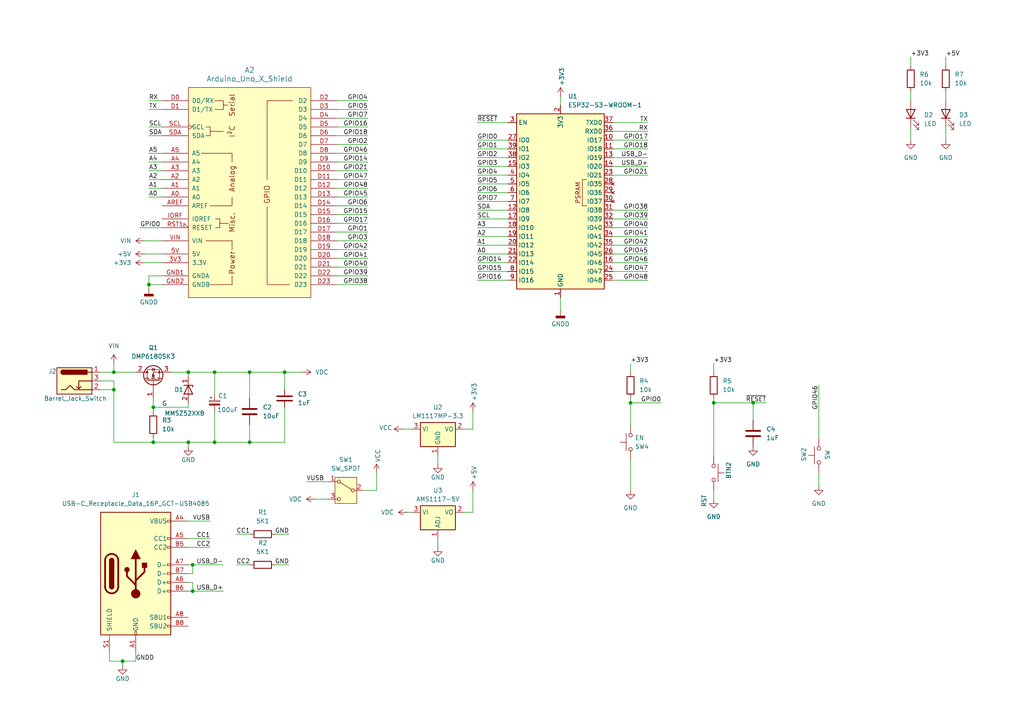
<source format=kicad_sch>
(kicad_sch (version 20231120) (generator "eeschema") (generator_version "8.0")
  (paper "A4")
  (lib_symbols
    (symbol "Alexander Symbol Library:USB-C_Receptacle_Data_16P_GCT-USB4085" (pin_names (offset 1.016))
      (property "Reference" "J" (at 0 22.225 0))
      (property "Value" "USB-C_Receptacle_Data_16P_GCT-USB4085" (at 0 19.685 0))
      (symbol "USB-C_Receptacle_Data_16P_GCT-USB4085_1_1"
        (pin power_in line (at 0 -22.86 90) (length 5.08) (name "GND") (number "A1"))
        (pin power_in line (at 0 -22.86 90) (length 5.08) hide (name "GND") (number "A12"))
        (pin power_out line (at 15.24 15.24 180) (length 5.08) (name "VBUS") (number "A4"))
        (pin bidirectional line (at 15.24 10.16 180) (length 5.08) (name "CC1") (number "A5"))
        (pin bidirectional line (at 15.24 -2.54 180) (length 5.08) (name "D+") (number "A6"))
        (pin bidirectional line (at 15.24 2.54 180) (length 5.08) (name "D-") (number "A7"))
        (pin bidirectional line (at 15.24 -12.7 180) (length 5.08) (name "SBU1") (number "A8"))
        (pin power_out line (at 15.24 15.24 180) (length 5.08) hide (name "VBUS") (number "A9"))
        (pin power_in line (at 0 -22.86 90) (length 5.08) hide (name "GND") (number "B1"))
        (pin power_in line (at 0 -22.86 90) (length 5.08) hide (name "GND") (number "B12"))
        (pin power_out line (at 15.24 15.24 180) (length 5.08) hide (name "VBUS") (number "B4"))
        (pin bidirectional line (at 15.24 7.62 180) (length 5.08) (name "CC2") (number "B5"))
        (pin bidirectional line (at 15.24 -5.08 180) (length 5.08) (name "D+") (number "B6"))
        (pin bidirectional line (at 15.24 0 180) (length 5.08) (name "D-") (number "B7"))
        (pin bidirectional line (at 15.24 -15.24 180) (length 5.08) (name "SBU2") (number "B8"))
        (pin passive line (at 15.24 15.24 180) (length 5.08) hide (name "VBUS") (number "B9"))
        (pin power_in line (at -7.62 -22.86 90) (length 5.08) (name "SHIELD") (number "S1"))
        (pin power_in line (at -7.62 -22.86 90) (length 5.08) hide (name "SHIELD") (number "S2"))
        (pin power_in line (at -7.62 -22.86 90) (length 5.08) hide (name "SHIELD") (number "S3"))
        (pin power_in line (at -7.62 -22.86 90) (length 5.08) hide (name "SHIELD") (number "S4"))
      )
    )
    (symbol "Alexander Symbols:AMS1117-5V" (exclude_from_sim yes)
      (property "Reference" "U" (at 0 0 0))
      (property "Value" "AMS1117-5V" (at 0 2.032 0))
      (symbol "AMS1117-5V_1_1"
        (pin power_out line (at 0 -11.43 90) (length 2.54) (name "ADJ") (number "1"))
        (pin power_out line (at 7.62 -3.81 180) (length 2.54) (name "VO") (number "2"))
        (pin power_in line (at -7.62 -3.81 0) (length 2.54) (name "VI") (number "3"))
      )
    )
    (symbol "Alexander Symbols:Arduino_Uno_X_Shield" (pin_names (offset 1.016))
      (property "Reference" "A1" (at 0 34.29 0))
      (property "Value" "Arduino_Uno_X_Shield" (at 0 31.75 0))
      (symbol "Arduino_Uno_X_Shield_0_0"
        (text "Analog" (at -5.08 4.064 900) (effects (font (size 1.524 1.524))))
        (text "I²C" (at -5.08 17.78 900) (effects (font (size 1.524 1.524))))
        (text "Misc." (at -5.08 -8.636 900) (effects (font (size 1.524 1.524))))
        (text "Power" (at -5.08 -20.32 900) (effects (font (size 1.524 1.524))))
        (text "Serial" (at -5.08 25.4 900) (effects (font (size 1.524 1.524))))
      )
      (symbol "Arduino_Uno_X_Shield_1_0"
        (text "GPIO" (at 5.08 -0.508 900) (effects (font (size 1.524 1.524))))
      )
      (symbol "Arduino_Uno_X_Shield_1_1"
        (pin power_out line (at -25.4 -20.32 0) (length 7.62) (name "3.3V") (number "3V3"))
        (pin power_out line (at -25.4 -20.32 0) (length 7.62) hide (name "3.3V") (number "3V3"))
        (pin power_out line (at -25.4 -17.78 0) (length 7.62) (name "5V") (number "5V"))
        (pin power_out line (at -25.4 -17.78 0) (length 7.62) hide (name "5V") (number "5V"))
        (pin bidirectional line (at -25.4 -1.27 0) (length 7.62) (name "A0") (number "A0"))
        (pin bidirectional line (at -25.4 1.27 0) (length 7.62) (name "A1") (number "A1"))
        (pin bidirectional line (at -25.4 3.81 0) (length 7.62) (name "A2") (number "A2"))
        (pin bidirectional line (at -25.4 6.35 0) (length 7.62) (name "A3") (number "A3"))
        (pin bidirectional line (at -25.4 8.89 0) (length 7.62) (name "A4") (number "A4"))
        (pin bidirectional line (at -25.4 11.43 0) (length 7.62) (name "A5") (number "A5"))
        (pin input line (at -25.4 -3.81 0) (length 7.62) (name "AREF") (number "AREF"))
        (pin bidirectional line (at -25.4 26.67 0) (length 7.62) (name "D0/RX") (number "D0"))
        (pin bidirectional line (at -25.4 24.13 0) (length 7.62) (name "D1/TX") (number "D1"))
        (pin bidirectional line (at 25.4 6.35 180) (length 7.62) (name "D10") (number "D10"))
        (pin bidirectional line (at 25.4 3.81 180) (length 7.62) (name "D11") (number "D11"))
        (pin bidirectional line (at 25.4 1.27 180) (length 7.62) (name "D12") (number "D12"))
        (pin bidirectional line (at 25.4 -1.27 180) (length 7.62) (name "D13") (number "D13"))
        (pin bidirectional line (at 25.4 -3.81 180) (length 7.62) (name "D14") (number "D14"))
        (pin bidirectional line (at 25.4 -6.35 180) (length 7.62) (name "D15") (number "D15"))
        (pin bidirectional line (at 25.4 -8.89 180) (length 7.62) (name "D16") (number "D16"))
        (pin bidirectional line (at 25.4 -11.43 180) (length 7.62) (name "D17") (number "D17"))
        (pin bidirectional line (at 25.4 -13.97 180) (length 7.62) (name "D18") (number "D18"))
        (pin bidirectional line (at 25.4 -16.51 180) (length 7.62) (name "D19") (number "D19"))
        (pin bidirectional line (at 25.4 26.67 180) (length 7.62) (name "D2") (number "D2"))
        (pin bidirectional line (at 25.4 -19.05 180) (length 7.62) (name "D20") (number "D20"))
        (pin bidirectional line (at 25.4 -21.59 180) (length 7.62) (name "D21") (number "D21"))
        (pin bidirectional line (at 25.4 -24.13 180) (length 7.62) (name "D22") (number "D22"))
        (pin bidirectional line (at 25.4 -26.67 180) (length 7.62) (name "D23") (number "D23"))
        (pin bidirectional line (at 25.4 24.13 180) (length 7.62) (name "D3") (number "D3"))
        (pin bidirectional line (at 25.4 21.59 180) (length 7.62) (name "D4") (number "D4"))
        (pin bidirectional line (at 25.4 19.05 180) (length 7.62) (name "D5") (number "D5"))
        (pin bidirectional line (at 25.4 16.51 180) (length 7.62) (name "D6") (number "D6"))
        (pin bidirectional line (at 25.4 13.97 180) (length 7.62) (name "D7") (number "D7"))
        (pin bidirectional line (at 25.4 11.43 180) (length 7.62) (name "D8") (number "D8"))
        (pin bidirectional line (at 25.4 8.89 180) (length 7.62) (name "D9") (number "D9"))
        (pin power_in line (at -25.4 -24.13 0) (length 7.62) (name "GNDA") (number "GND1"))
        (pin power_in line (at -25.4 -24.13 0) (length 7.62) hide (name "GNDA") (number "GND1"))
        (pin power_in line (at -25.4 -24.13 0) (length 7.62) hide (name "GNDA") (number "GND1"))
        (pin power_in line (at -25.4 -26.67 0) (length 7.62) (name "GNDB") (number "GND2"))
        (pin power_in line (at -25.4 -26.67 0) (length 7.62) hide (name "GNDB") (number "GND2"))
        (pin output line (at -25.4 -7.62 0) (length 7.62) (name "IOREF") (number "IORF"))
        (pin open_collector input_low (at -25.4 -10.16 0) (length 7.62) (name "RESET") (number "RST1"))
        (pin bidirectional clock (at -25.4 19.05 0) (length 7.62) (name "SCL") (number "SCL"))
        (pin bidirectional line (at -25.4 16.51 0) (length 7.62) (name "SDA") (number "SDA"))
        (pin power_in line (at -25.4 -13.97 0) (length 7.62) (name "VIN") (number "VIN"))
      )
    )
    (symbol "Alexander Symbols:SW_Push_SMD_6x3.5" (pin_numbers hide) (pin_names (offset 1.016) hide)
      (property "Reference" "SW" (at 1.27 2.54 0))
      (property "Value" "SW_Push_SMD_6x3.5" (at 0 -5.842 0))
      (symbol "SW_Push_SMD_6x3.5_1_1"
        (pin passive line (at -5.08 0 0) (length 2.54) (name "1") (number "1"))
        (pin passive line (at 5.08 0 180) (length 2.54) (name "2") (number "2"))
        (pin passive line (at -5.08 0 0) (length 2.54) hide (name "3") (number "3"))
        (pin passive line (at 5.08 0 180) (length 2.54) hide (name "4") (number "4"))
      )
    )
    (symbol "Alexander_Library_Symbols:SW_Push_SMD_6x3.5" (pin_numbers hide) (pin_names (offset 1.016) hide)
      (property "Reference" "SW" (at 1.27 2.54 0))
      (property "Value" "SW_Push_SMD_6x3.5" (at 0 -1.524 0))
      (symbol "SW_Push_SMD_6x3.5_0_1"
        (pin passive line (at -5.08 0 0) (length 2.54) (name "1") (number "1"))
        (pin passive line (at 5.08 0 180) (length 2.54) (name "2") (number "2"))
      )
    )
    (symbol "Connector:Barrel_Jack_Switch" (pin_names hide)
      (property "Reference" "J" (at 0 5.334 0))
      (property "Value" "Barrel_Jack_Switch" (at 0 -5.08 0))
      (symbol "Barrel_Jack_Switch_1_1"
        (pin passive line (at 7.62 2.54 180) (length 2.54) (name "~") (number "1"))
        (pin passive line (at 7.62 -2.54 180) (length 2.54) (name "~") (number "2"))
        (pin passive line (at 7.62 0 180) (length 2.54) (name "~") (number "3"))
      )
    )
    (symbol "Device:C" (pin_numbers hide) (pin_names (offset 0.254))
      (property "Reference" "C" (at 0.635 2.54 0))
      (property "Value" "C" (at 0.635 -2.54 0))
      (symbol "C_1_1"
        (pin passive line (at 0 3.81 270) (length 2.794) (name "~") (number "1"))
        (pin passive line (at 0 -3.81 90) (length 2.794) (name "~") (number "2"))
      )
    )
    (symbol "Device:C_Polarized_Small" (pin_numbers hide) (pin_names (offset 0.254) hide)
      (property "Reference" "C" (at 0.254 1.778 0))
      (property "Value" "C_Polarized_Small" (at 0.254 -2.032 0))
      (symbol "C_Polarized_Small_1_1"
        (pin passive line (at 0 2.54 270) (length 1.8542) (name "~") (number "1"))
        (pin passive line (at 0 -2.54 90) (length 1.8542) (name "~") (number "2"))
      )
    )
    (symbol "Device:LED" (pin_numbers hide) (pin_names (offset 1.016) hide)
      (property "Reference" "D" (at 0 2.54 0))
      (property "Value" "LED" (at 0 -2.54 0))
      (symbol "LED_1_1"
        (pin passive line (at -3.81 0 0) (length 2.54) (name "K") (number "1"))
        (pin passive line (at 3.81 0 180) (length 2.54) (name "A") (number "2"))
      )
    )
    (symbol "Device:R" (pin_numbers hide) (pin_names (offset 0))
      (property "Reference" "R" (at 2.032 0 90))
      (property "Value" "R" (at 0 0 90))
      (symbol "R_1_1"
        (pin passive line (at 0 3.81 270) (length 1.27) (name "~") (number "1"))
        (pin passive line (at 0 -3.81 90) (length 1.27) (name "~") (number "2"))
      )
    )
    (symbol "GND_1" (power) (pin_numbers hide) (pin_names (offset 0) hide)
      (property "Value" "GND" (at 0 -3.81 0))
      (symbol "GND_1_1_1"
        (pin power_in line (at 0 0 270) (length 0) (name "~") (number "1"))
      )
    )
    (symbol "PCM_SL_Devices:Capacitor_NP"
      (property "Reference" "C" (at 0 6.35 0))
      (property "Value" "Capacitor_NP" (at 0 3.81 0))
      (symbol "Capacitor_NP_1_1"
        (pin passive line (at -2.54 0 0) (length 2) (name "~") (number "1"))
        (pin input line (at 2.54 0 180) (length 2) (name "~") (number "2"))
      )
    )
    (symbol "PCM_arduino-library:Arduino_Uno_WiFi_R2_Shield" (pin_names (offset 1.016))
      (property "Reference" "A1" (at 0 34.29 0))
      (property "Value" "Arduino_Uno_WiFi_R2_Shield" (at 0 31.75 0))
      (symbol "Arduino_Uno_WiFi_R2_Shield_0_0"
        (text "Analog" (at -5.08 1.27 900) (effects (font (size 1.524 1.524))))
        (text "I²C" (at -5.08 17.78 900) (effects (font (size 1.524 1.524))))
        (text "Misc." (at 5.08 -25.4 900) (effects (font (size 1.524 1.524))))
        (text "Power" (at -5.08 -20.32 900) (effects (font (size 1.524 1.524))))
        (text "Serial" (at -5.08 25.4 900) (effects (font (size 1.524 1.524))))
        (text "SPI" (at 5.08 -12.7 900) (effects (font (size 1.524 1.524))))
      )
      (symbol "Arduino_Uno_WiFi_R2_Shield_1_0"
        (text "GPIO" (at 5.08 12.7 900) (effects (font (size 1.524 1.524))))
      )
      (symbol "Arduino_Uno_WiFi_R2_Shield_1_1"
        (pin power_out line (at -25.4 -19.05 0) (length 7.62) (name "3.3V") (number "3V3"))
        (pin power_in line (at -25.4 -16.51 0) (length 7.62) (name "5V") (number "5V1"))
        (pin power_in line (at 25.4 -16.51 180) (length 7.62) (name "SPI_5V") (number "5V2"))
        (pin bidirectional line (at -25.4 -3.81 0) (length 7.62) (name "A0") (number "A0"))
        (pin bidirectional line (at -25.4 -1.27 0) (length 7.62) (name "A1") (number "A1"))
        (pin bidirectional line (at -25.4 1.27 0) (length 7.62) (name "A2") (number "A2"))
        (pin bidirectional line (at -25.4 3.81 0) (length 7.62) (name "A3") (number "A3"))
        (pin bidirectional line (at -25.4 6.35 0) (length 7.62) (name "A4") (number "A4"))
        (pin bidirectional line (at -25.4 8.89 0) (length 7.62) (name "A5") (number "A5"))
        (pin input line (at -25.4 -6.35 0) (length 7.62) (name "AREF") (number "AREF"))
        (pin bidirectional line (at -25.4 26.67 0) (length 7.62) (name "D0/RX") (number "D0"))
        (pin bidirectional line (at -25.4 24.13 0) (length 7.62) (name "D1/TX") (number "D1"))
        (pin bidirectional line (at 25.4 6.35 180) (length 7.62) (name "D10_CS") (number "D10"))
        (pin bidirectional line (at 25.4 3.81 180) (length 7.62) (name "D11") (number "D11"))
        (pin bidirectional line (at 25.4 1.27 180) (length 7.62) (name "D12") (number "D12"))
        (pin bidirectional line (at 25.4 -1.27 180) (length 7.62) (name "D13") (number "D13"))
        (pin bidirectional line (at 25.4 26.67 180) (length 7.62) (name "D2_INT0") (number "D2"))
        (pin bidirectional line (at 25.4 24.13 180) (length 7.62) (name "D3_INT1") (number "D3"))
        (pin bidirectional line (at 25.4 21.59 180) (length 7.62) (name "D4") (number "D4"))
        (pin bidirectional line (at 25.4 19.05 180) (length 7.62) (name "D5") (number "D5"))
        (pin bidirectional line (at 25.4 16.51 180) (length 7.62) (name "D6") (number "D6"))
        (pin bidirectional line (at 25.4 13.97 180) (length 7.62) (name "D7") (number "D7"))
        (pin bidirectional line (at 25.4 11.43 180) (length 7.62) (name "D8") (number "D8"))
        (pin bidirectional line (at 25.4 8.89 180) (length 7.62) (name "D9") (number "D9"))
        (pin power_in line (at -25.4 -21.59 0) (length 7.62) (name "GND") (number "GND1"))
        (pin power_in line (at -25.4 -24.13 0) (length 7.62) (name "GND") (number "GND2"))
        (pin power_in line (at -25.4 -26.67 0) (length 7.62) (name "GND") (number "GND3"))
        (pin power_in line (at 25.4 -19.05 180) (length 7.62) (name "SPI_GND") (number "GND4"))
        (pin output line (at 25.4 -26.67 180) (length 7.62) (name "IOREF") (number "IORF"))
        (pin input line (at 25.4 -6.35 180) (length 7.62) (name "SPI_MISO") (number "MISO"))
        (pin output line (at 25.4 -8.89 180) (length 7.62) (name "SPI_MOSI") (number "MOSI"))
        (pin open_collector input_low (at 25.4 -24.13 180) (length 7.62) (name "RESET") (number "RST1"))
        (pin open_collector input_low (at 25.4 -13.97 180) (length 7.62) (name "SPI_RESET") (number "RST2"))
        (pin output clock (at 25.4 -11.43 180) (length 7.62) (name "SPI_SCK") (number "SCK"))
        (pin bidirectional clock (at -25.4 19.05 0) (length 7.62) (name "SCL") (number "SCL"))
        (pin bidirectional line (at -25.4 16.51 0) (length 7.62) (name "SDA") (number "SDA"))
        (pin power_in line (at -25.4 -13.97 0) (length 7.62) (name "VIN") (number "VIN"))
      )
    )
    (symbol "RF_Module:ESP32-S3-WROOM-1"
      (property "Reference" "U6" (at 2.1941 30.48 0))
      (property "Value" "ESP32-S3-WROOM-1" (at 2.1941 27.94 0))
      (symbol "ESP32-S3-WROOM-1_0_0"
        (text "PSRAM" (at 5.08 2.54 900) (effects (font (size 1.27 1.27))))
      )
      (symbol "ESP32-S3-WROOM-1_1_1"
        (pin power_in line (at 0 -27.94 90) (length 2.54) (name "GND") (number "1"))
        (pin bidirectional line (at 15.24 17.78 180) (length 2.54) (name "IO17") (number "10"))
        (pin bidirectional line (at 15.24 15.24 180) (length 2.54) (name "IO18") (number "11"))
        (pin bidirectional line (at -15.24 -2.54 0) (length 2.54) (name "IO8") (number "12"))
        (pin bidirectional line (at 15.24 12.7 180) (length 2.54) (name "IO19") (number "13"))
        (pin bidirectional line (at 15.24 10.16 180) (length 2.54) (name "IO20") (number "14"))
        (pin bidirectional line (at -15.24 10.16 0) (length 2.54) (name "IO3") (number "15"))
        (pin bidirectional line (at 15.24 -17.78 180) (length 2.54) (name "IO46") (number "16"))
        (pin bidirectional line (at -15.24 -5.08 0) (length 2.54) (name "IO9") (number "17"))
        (pin bidirectional line (at -15.24 -7.62 0) (length 2.54) (name "IO10") (number "18"))
        (pin bidirectional line (at -15.24 -10.16 0) (length 2.54) (name "IO11") (number "19"))
        (pin power_in line (at 0 27.94 270) (length 2.54) (name "3V3") (number "2"))
        (pin bidirectional line (at -15.24 -12.7 0) (length 2.54) (name "IO12") (number "20"))
        (pin bidirectional line (at -15.24 -15.24 0) (length 2.54) (name "IO13") (number "21"))
        (pin bidirectional line (at -15.24 -17.78 0) (length 2.54) (name "IO14") (number "22"))
        (pin bidirectional line (at 15.24 7.62 180) (length 2.54) (name "IO21") (number "23"))
        (pin bidirectional line (at 15.24 -20.32 180) (length 2.54) (name "IO47") (number "24"))
        (pin bidirectional line (at 15.24 -22.86 180) (length 2.54) (name "IO48") (number "25"))
        (pin bidirectional line (at 15.24 -15.24 180) (length 2.54) (name "IO45") (number "26"))
        (pin bidirectional line (at -15.24 17.78 0) (length 2.54) (name "IO0") (number "27"))
        (pin no_connect line (at 15.24 5.08 180) (length 2.54) (name "IO35") (number "28"))
        (pin no_connect line (at 15.24 2.54 180) (length 2.54) (name "IO36") (number "29"))
        (pin input line (at -15.24 22.86 0) (length 2.54) (name "EN") (number "3"))
        (pin no_connect line (at 15.24 0 180) (length 2.54) (name "IO37") (number "30"))
        (pin bidirectional line (at 15.24 -2.54 180) (length 2.54) (name "IO38") (number "31"))
        (pin bidirectional line (at 15.24 -5.08 180) (length 2.54) (name "IO39") (number "32"))
        (pin bidirectional line (at 15.24 -7.62 180) (length 2.54) (name "IO40") (number "33"))
        (pin bidirectional line (at 15.24 -10.16 180) (length 2.54) (name "IO41") (number "34"))
        (pin bidirectional line (at 15.24 -12.7 180) (length 2.54) (name "IO42") (number "35"))
        (pin bidirectional line (at 15.24 20.32 180) (length 2.54) (name "RXD0") (number "36"))
        (pin bidirectional line (at 15.24 22.86 180) (length 2.54) (name "TXD0") (number "37"))
        (pin bidirectional line (at -15.24 12.7 0) (length 2.54) (name "IO2") (number "38"))
        (pin bidirectional line (at -15.24 15.24 0) (length 2.54) (name "IO1") (number "39"))
        (pin bidirectional line (at -15.24 7.62 0) (length 2.54) (name "IO4") (number "4"))
        (pin passive line (at 0 -27.94 90) (length 2.54) hide (name "GND") (number "40"))
        (pin passive line (at 0 -27.94 90) (length 2.54) hide (name "GND") (number "41"))
        (pin bidirectional line (at -15.24 5.08 0) (length 2.54) (name "IO5") (number "5"))
        (pin bidirectional line (at -15.24 2.54 0) (length 2.54) (name "IO6") (number "6"))
        (pin bidirectional line (at -15.24 0 0) (length 2.54) (name "IO7") (number "7"))
        (pin bidirectional line (at -15.24 -20.32 0) (length 2.54) (name "IO15") (number "8"))
        (pin bidirectional line (at -15.24 -22.86 0) (length 2.54) (name "IO16") (number "9"))
      )
    )
    (symbol "Regulator_Linear:LM1117MP-3.3"
      (property "Reference" "U" (at -3.81 3.175 0))
      (property "Value" "LM1117MP-3.3" (at 0 3.175 0))
      (symbol "LM1117MP-3.3_1_1"
        (pin power_in line (at 0 -7.62 90) (length 2.54) (name "GND") (number "1"))
        (pin power_out line (at 7.62 0 180) (length 2.54) (name "VO") (number "2"))
        (pin power_in line (at -7.62 0 0) (length 2.54) (name "VI") (number "3"))
      )
    )
    (symbol "Switch:SW_SPDT" (pin_names (offset 0) hide)
      (property "Reference" "SW" (at 0 5.08 0))
      (property "Value" "SW_SPDT" (at 0 -5.08 0))
      (symbol "SW_SPDT_1_1"
        (pin passive line (at 5.08 2.54 180) (length 2.54) (name "A") (number "1"))
        (pin passive line (at -5.08 0 0) (length 2.54) (name "B") (number "2"))
        (pin passive line (at 5.08 -2.54 180) (length 2.54) (name "C") (number "3"))
      )
    )
    (symbol "myparts:DMP6180SK3" (pin_names hide)
      (property "Reference" "Q" (at -6.35 3.81 0))
      (property "Value" "DMP6180SK3" (at -8.89 -5.08 0))
      (symbol "DMP6180SK3_1_1"
        (pin input line (at -7.62 0 0) (length 2.54) (name "G") (number "1"))
        (pin passive line (at 0 5.08 270) (length 2.54) (name "D") (number "2"))
        (pin passive line (at 0 -5.08 90) (length 2.54) (name "S") (number "3"))
      )
    )
    (symbol "myparts:MMSZ52XXB" (pin_names hide)
      (property "Reference" "D" (at -7.62 -2.54 0))
      (property "Value" "MMSZ52XXB" (at -2.54 3.81 0))
      (symbol "MMSZ52XXB_1_1"
        (pin passive line (at -2.54 0 0) (length 2.54) (name "K") (number "1"))
        (pin passive line (at 5.08 0 180) (length 2.54) (name "A") (number "2"))
      )
    )
    (symbol "power:+3V3" (power) (pin_numbers hide) (pin_names (offset 0) hide)
      (property "Value" "+3V3" (at 0 3.556 0))
      (symbol "+3V3_1_1"
        (pin power_in line (at 0 0 90) (length 0) (name "~") (number "1"))
      )
    )
    (symbol "power:+5V" (power) (pin_numbers hide) (pin_names (offset 0) hide)
      (property "Value" "+5V" (at 0 3.556 0))
      (symbol "+5V_1_1"
        (pin power_in line (at 0 0 90) (length 0) (name "~") (number "1"))
      )
    )
    (symbol "power:GND" (power) (pin_names (offset 0))
      (property "Value" "GND" (at 0 -3.81 0))
      (symbol "GND_1_1"
        (pin power_in line (at 0 0 270) (length 0) hide (name "GND") (number "1"))
      )
    )
    (symbol "power:GNDD" (power) (pin_numbers hide) (pin_names (offset 0) hide)
      (property "Value" "GNDD" (at 0 -3.175 0))
      (symbol "GNDD_1_1"
        (pin power_in line (at 0 0 270) (length 0) (name "~") (number "1"))
      )
    )
    (symbol "power:VCC" (power) (pin_names (offset 0))
      (property "Value" "VCC" (at 0 3.81 0))
      (symbol "VCC_1_1"
        (pin power_in line (at 0 0 90) (length 0) hide (name "VCC") (number "1"))
      )
    )
    (symbol "power:VDC" (power) (pin_numbers hide) (pin_names (offset 0) hide)
      (property "Value" "VDC" (at 0 3.556 0))
      (symbol "VDC_1_1"
        (pin power_in line (at 0 0 90) (length 0) (name "~") (number "1"))
      )
    )
  )
  (junction (at 55.88 171.45))
  (junction (at 62.23 107.95))
  (junction (at 72.39 128.27))
  (junction (at 54.61 128.27))
  (junction (at 44.45 128.27))
  (junction (at 35.56 191.77))
  (junction (at 207.01 116.84))
  (junction (at 55.88 163.83))
  (junction (at 33.02 113.03))
  (junction (at 54.61 107.95))
  (junction (at 43.18 82.55))
  (junction (at 82.55 107.95))
  (junction (at 182.88 116.84))
  (junction (at 33.02 107.95))
  (junction (at 218.44 116.84))
  (junction (at 44.45 118.11))
  (junction (at 62.23 128.27))
  (junction (at 72.39 107.95))
  (wire (pts (xy 177.8 73.66) (xy 187.96 73.66)))
  (wire (pts (xy 43.18 52.07) (xy 46.99 52.07)))
  (wire (pts (xy 29.21 107.95) (xy 33.02 107.95)))
  (wire (pts (xy 43.18 46.99) (xy 46.99 46.99)))
  (wire (pts (xy 44.45 119.38) (xy 44.45 118.11)))
  (wire (pts (xy 41.91 73.66) (xy 46.99 73.66)))
  (wire (pts (xy 264.16 36.83) (xy 264.16 40.64)))
  (wire (pts (xy 88.9 139.7) (xy 95.25 139.7)))
  (wire (pts (xy 162.56 86.36) (xy 162.56 90.17)))
  (wire (pts (xy 62.23 128.27) (xy 54.61 128.27)))
  (wire (pts (xy 43.18 54.61) (xy 46.99 54.61)))
  (wire (pts (xy 97.79 69.85) (xy 106.68 69.85)))
  (wire (pts (xy 54.61 116.84) (xy 54.61 118.11)))
  (wire (pts (xy 91.44 144.78) (xy 95.25 144.78)))
  (wire (pts (xy 218.44 116.84) (xy 222.25 116.84)))
  (wire (pts (xy 29.21 110.49) (xy 33.02 110.49)))
  (wire (pts (xy 54.61 158.75) (xy 60.96 158.75)))
  (wire (pts (xy 207.01 142.24) (xy 207.01 144.78)))
  (wire (pts (xy 109.22 142.24) (xy 109.22 137.16)))
  (wire (pts (xy 127 156.21) (xy 127 158.75)))
  (wire (pts (xy 207.01 116.84) (xy 218.44 116.84)))
  (wire (pts (xy 97.79 34.29) (xy 106.68 34.29)))
  (wire (pts (xy 33.02 105.41) (xy 33.02 107.95)))
  (wire (pts (xy 137.16 148.59) (xy 134.62 148.59)))
  (wire (pts (xy 62.23 119.38) (xy 62.23 128.27)))
  (wire (pts (xy 43.18 57.15) (xy 46.99 57.15)))
  (wire (pts (xy 97.79 52.07) (xy 106.68 52.07)))
  (wire (pts (xy 97.79 72.39) (xy 106.68 72.39)))
  (wire (pts (xy 138.43 78.74) (xy 147.32 78.74)))
  (wire (pts (xy 138.43 68.58) (xy 147.32 68.58)))
  (wire (pts (xy 55.88 163.83) (xy 64.77 163.83)))
  (wire (pts (xy 44.45 118.11) (xy 44.45 115.57)))
  (wire (pts (xy 127 132.08) (xy 127 134.62)))
  (wire (pts (xy 43.18 82.55) (xy 43.18 80.01)))
  (wire (pts (xy 33.02 110.49) (xy 33.02 113.03)))
  (wire (pts (xy 43.18 49.53) (xy 46.99 49.53)))
  (wire (pts (xy 33.02 113.03) (xy 33.02 128.27)))
  (wire (pts (xy 72.39 128.27) (xy 82.55 128.27)))
  (wire (pts (xy 177.8 71.12) (xy 187.96 71.12)))
  (wire (pts (xy 177.8 45.72) (xy 187.96 45.72)))
  (wire (pts (xy 138.43 40.64) (xy 147.32 40.64)))
  (wire (pts (xy 218.44 116.84) (xy 218.44 121.92)))
  (wire (pts (xy 43.18 82.55) (xy 46.99 82.55)))
  (wire (pts (xy 43.18 83.82) (xy 43.18 82.55)))
  (wire (pts (xy 62.23 128.27) (xy 72.39 128.27)))
  (wire (pts (xy 207.01 116.84) (xy 207.01 132.08)))
  (wire (pts (xy 80.01 163.83) (xy 83.82 163.83)))
  (wire (pts (xy 162.56 27.94) (xy 162.56 30.48)))
  (wire (pts (xy 177.8 76.2) (xy 187.96 76.2)))
  (wire (pts (xy 82.55 107.95) (xy 82.55 113.03)))
  (wire (pts (xy 182.88 116.84) (xy 191.77 116.84)))
  (wire (pts (xy 177.8 78.74) (xy 187.96 78.74)))
  (wire (pts (xy 43.18 31.75) (xy 46.99 31.75)))
  (wire (pts (xy 41.91 69.85) (xy 46.99 69.85)))
  (wire (pts (xy 177.8 81.28) (xy 187.96 81.28)))
  (wire (pts (xy 80.01 154.94) (xy 83.82 154.94)))
  (wire (pts (xy 177.8 48.26) (xy 187.96 48.26)))
  (wire (pts (xy 82.55 118.11) (xy 82.55 128.27)))
  (wire (pts (xy 44.45 127) (xy 44.45 128.27)))
  (wire (pts (xy 68.58 163.83) (xy 72.39 163.83)))
  (wire (pts (xy 177.8 38.1) (xy 187.96 38.1)))
  (wire (pts (xy 97.79 74.93) (xy 106.68 74.93)))
  (wire (pts (xy 72.39 107.95) (xy 72.39 115.57)))
  (wire (pts (xy 138.43 76.2) (xy 147.32 76.2)))
  (wire (pts (xy 237.49 137.16) (xy 237.49 140.97)))
  (wire (pts (xy 97.79 31.75) (xy 106.68 31.75)))
  (wire (pts (xy 44.45 128.27) (xy 33.02 128.27)))
  (wire (pts (xy 54.61 107.95) (xy 62.23 107.95)))
  (wire (pts (xy 97.79 39.37) (xy 106.68 39.37)))
  (wire (pts (xy 35.56 191.77) (xy 35.56 193.04)))
  (wire (pts (xy 97.79 49.53) (xy 106.68 49.53)))
  (wire (pts (xy 97.79 82.55) (xy 106.68 82.55)))
  (wire (pts (xy 137.16 142.24) (xy 137.16 148.59)))
  (wire (pts (xy 207.01 115.57) (xy 207.01 116.84)))
  (wire (pts (xy 55.88 166.37) (xy 55.88 163.83)))
  (wire (pts (xy 43.18 39.37) (xy 46.99 39.37)))
  (wire (pts (xy 118.11 148.59) (xy 119.38 148.59)))
  (wire (pts (xy 82.55 107.95) (xy 87.63 107.95)))
  (wire (pts (xy 264.16 16.51) (xy 264.16 19.05)))
  (wire (pts (xy 138.43 63.5) (xy 147.32 63.5)))
  (wire (pts (xy 97.79 44.45) (xy 106.68 44.45)))
  (wire (pts (xy 62.23 107.95) (xy 72.39 107.95)))
  (wire (pts (xy 33.02 107.95) (xy 39.37 107.95)))
  (wire (pts (xy 182.88 105.41) (xy 182.88 107.95)))
  (wire (pts (xy 97.79 62.23) (xy 106.68 62.23)))
  (wire (pts (xy 97.79 57.15) (xy 106.68 57.15)))
  (wire (pts (xy 43.18 80.01) (xy 46.99 80.01)))
  (wire (pts (xy 138.43 58.42) (xy 147.32 58.42)))
  (wire (pts (xy 39.37 189.23) (xy 39.37 191.77)))
  (wire (pts (xy 72.39 123.19) (xy 72.39 128.27)))
  (wire (pts (xy 41.91 76.2) (xy 46.99 76.2)))
  (wire (pts (xy 43.18 29.21) (xy 46.99 29.21)))
  (wire (pts (xy 54.61 128.27) (xy 44.45 128.27)))
  (wire (pts (xy 55.88 168.91) (xy 55.88 171.45)))
  (wire (pts (xy 105.41 142.24) (xy 109.22 142.24)))
  (wire (pts (xy 138.43 43.18) (xy 147.32 43.18)))
  (wire (pts (xy 49.53 107.95) (xy 54.61 107.95)))
  (wire (pts (xy 138.43 73.66) (xy 147.32 73.66)))
  (wire (pts (xy 31.75 189.23) (xy 31.75 191.77)))
  (wire (pts (xy 97.79 36.83) (xy 106.68 36.83)))
  (wire (pts (xy 138.43 53.34) (xy 147.32 53.34)))
  (wire (pts (xy 177.8 66.04) (xy 187.96 66.04)))
  (wire (pts (xy 62.23 107.95) (xy 62.23 114.3)))
  (wire (pts (xy 54.61 166.37) (xy 55.88 166.37)))
  (wire (pts (xy 237.49 111.76) (xy 237.49 127)))
  (wire (pts (xy 182.88 116.84) (xy 182.88 123.19)))
  (wire (pts (xy 97.79 29.21) (xy 106.68 29.21)))
  (wire (pts (xy 43.18 36.83) (xy 46.99 36.83)))
  (wire (pts (xy 54.61 129.54) (xy 54.61 128.27)))
  (wire (pts (xy 182.88 115.57) (xy 182.88 116.84)))
  (wire (pts (xy 97.79 64.77) (xy 106.68 64.77)))
  (wire (pts (xy 138.43 50.8) (xy 147.32 50.8)))
  (wire (pts (xy 138.43 81.28) (xy 147.32 81.28)))
  (wire (pts (xy 274.32 16.51) (xy 274.32 19.05)))
  (wire (pts (xy 54.61 156.21) (xy 60.96 156.21)))
  (wire (pts (xy 137.16 119.38) (xy 137.16 124.46)))
  (wire (pts (xy 138.43 66.04) (xy 147.32 66.04)))
  (wire (pts (xy 177.8 63.5) (xy 187.96 63.5)))
  (wire (pts (xy 138.43 60.96) (xy 147.32 60.96)))
  (wire (pts (xy 68.58 154.94) (xy 72.39 154.94)))
  (wire (pts (xy 97.79 77.47) (xy 106.68 77.47)))
  (wire (pts (xy 138.43 71.12) (xy 147.32 71.12)))
  (wire (pts (xy 138.43 35.56) (xy 147.32 35.56)))
  (wire (pts (xy 54.61 171.45) (xy 55.88 171.45)))
  (wire (pts (xy 35.56 191.77) (xy 39.37 191.77)))
  (wire (pts (xy 54.61 107.95) (xy 54.61 109.22)))
  (wire (pts (xy 274.32 26.67) (xy 274.32 29.21)))
  (wire (pts (xy 274.32 36.83) (xy 274.32 40.64)))
  (wire (pts (xy 177.8 60.96) (xy 187.96 60.96)))
  (wire (pts (xy 55.88 171.45) (xy 64.77 171.45)))
  (wire (pts (xy 54.61 163.83) (xy 55.88 163.83)))
  (wire (pts (xy 97.79 41.91) (xy 106.68 41.91)))
  (wire (pts (xy 31.75 191.77) (xy 35.56 191.77)))
  (wire (pts (xy 177.8 35.56) (xy 187.96 35.56)))
  (wire (pts (xy 116.84 124.46) (xy 119.38 124.46)))
  (wire (pts (xy 182.88 133.35) (xy 182.88 142.24)))
  (wire (pts (xy 177.8 68.58) (xy 187.96 68.58)))
  (wire (pts (xy 43.18 44.45) (xy 46.99 44.45)))
  (wire (pts (xy 207.01 105.41) (xy 207.01 107.95)))
  (wire (pts (xy 54.61 168.91) (xy 55.88 168.91)))
  (wire (pts (xy 138.43 45.72) (xy 147.32 45.72)))
  (wire (pts (xy 97.79 54.61) (xy 106.68 54.61)))
  (wire (pts (xy 97.79 59.69) (xy 106.68 59.69)))
  (wire (pts (xy 177.8 40.64) (xy 187.96 40.64)))
  (wire (pts (xy 177.8 43.18) (xy 187.96 43.18)))
  (wire (pts (xy 72.39 107.95) (xy 82.55 107.95)))
  (wire (pts (xy 177.8 50.8) (xy 187.96 50.8)))
  (wire (pts (xy 54.61 151.13) (xy 60.96 151.13)))
  (wire (pts (xy 138.43 48.26) (xy 147.32 48.26)))
  (wire (pts (xy 33.02 113.03) (xy 29.21 113.03)))
  (wire (pts (xy 97.79 46.99) (xy 106.68 46.99)))
  (wire (pts (xy 54.61 118.11) (xy 44.45 118.11)))
  (wire (pts (xy 97.79 80.01) (xy 106.68 80.01)))
  (wire (pts (xy 97.79 67.31) (xy 106.68 67.31)))
  (wire (pts (xy 264.16 26.67) (xy 264.16 29.21)))
  (wire (pts (xy 137.16 124.46) (xy 134.62 124.46)))
  (wire (pts (xy 40.64 66.04) (xy 46.99 66.04)))
  (wire (pts (xy 138.43 55.88) (xy 147.32 55.88)))
  (label "GPIO3" (at 106.68 69.85 180))
  (label "GPIO17" (at 187.96 40.64 180))
  (label "TX" (at 187.96 35.56 180))
  (label "GPIO5" (at 106.68 31.75 180))
  (label "A3" (at 138.43 66.04 0))
  (label "SDA" (at 138.43 60.96 0))
  (label "GPIO4" (at 106.68 29.21 180))
  (label "GPIO39" (at 106.68 80.01 180))
  (label "GPIO41" (at 187.96 68.58 180))
  (label "A1" (at 138.43 71.12 0))
  (label "GPIO21" (at 106.68 49.53 180))
  (label "GPIO17" (at 106.68 64.77 180))
  (label "GPIO47" (at 187.96 78.74 180))
  (label "GPIO40" (at 187.96 66.04 180))
  (label "GPIO14" (at 106.68 46.99 180))
  (label "GPIO0" (at 40.64 66.04 0))
  (label "G" (at 46.99 118.11 0))
  (label "GPIO45" (at 187.96 73.66 180))
  (label "GPIO6" (at 106.68 59.69 180))
  (label "USB_D+" (at 64.77 171.45 180))
  (label "TX" (at 43.18 31.75 0))
  (label "+3V3" (at 264.16 16.51 0))
  (label "A4" (at 43.18 46.99 0))
  (label "VUSB" (at 88.9 139.7 0))
  (label "GPIO42" (at 106.68 72.39 180))
  (label "GPIO6" (at 138.43 55.88 0))
  (label "SCL" (at 43.18 36.83 0))
  (label "CC1" (at 60.96 156.21 180))
  (label "GPIO39" (at 187.96 63.5 180))
  (label "GPIO21" (at 187.96 50.8 180))
  (label "USB_D+" (at 187.96 48.26 180))
  (label "CC1" (at 68.58 154.94 0))
  (label "A2" (at 138.43 68.58 0))
  (label "~{RESET}" (at 222.25 116.84 180))
  (label "USB_D-" (at 64.77 163.83 180))
  (label "GND" (at 83.82 163.83 180))
  (label "GPIO48" (at 187.96 81.28 180))
  (label "+5V" (at 274.32 16.51 0))
  (label "GPIO18" (at 106.68 39.37 180))
  (label "GPIO2" (at 106.68 41.91 180))
  (label "GPIO5" (at 138.43 53.34 0))
  (label "A0" (at 138.43 73.66 0))
  (label "GPIO18" (at 187.96 43.18 180))
  (label "CC2" (at 68.58 163.83 0))
  (label "GPIO46" (at 106.68 44.45 180))
  (label "GPIO15" (at 106.68 62.23 180))
  (label "GND" (at 83.82 154.94 180))
  (label "GPIO14" (at 138.43 76.2 0))
  (label "A0" (at 43.18 57.15 0))
  (label "GPIO46" (at 187.96 76.2 180))
  (label "GPIO1" (at 106.68 67.31 180))
  (label "GPIO46" (at 237.49 111.76 270))
  (label "GPIO41" (at 106.68 74.93 180))
  (label "RX" (at 43.18 29.21 0))
  (label "~{RESET}" (at 138.43 35.56 0))
  (label "VUSB" (at 60.96 151.13 180))
  (label "GPIO42" (at 187.96 71.12 180))
  (label "GPIO7" (at 138.43 58.42 0))
  (label "GPIO3" (at 138.43 48.26 0))
  (label "GPIO0" (at 138.43 40.64 0))
  (label "A3" (at 43.18 49.53 0))
  (label "GPIO16" (at 138.43 81.28 0))
  (label "GPIO4" (at 138.43 50.8 0))
  (label "SCL" (at 138.43 63.5 0))
  (label "RX" (at 187.96 38.1 180))
  (label "GPIO0" (at 191.77 116.84 180))
  (label "GPIO7" (at 106.68 34.29 180))
  (label "USB_D-" (at 187.96 45.72 180))
  (label "A5" (at 43.18 44.45 0))
  (label "A1" (at 43.18 54.61 0))
  (label "GPIO40" (at 106.68 77.47 180))
  (label "GPIO16" (at 106.68 36.83 180))
  (label "GPIO38" (at 106.68 82.55 180))
  (label "A2" (at 43.18 52.07 0))
  (label "GPIO2" (at 138.43 45.72 0))
  (label "CC2" (at 60.96 158.75 180))
  (label "GPIO1" (at 138.43 43.18 0))
  (label "+3V3" (at 207.01 105.41 0))
  (label "GPIO48" (at 106.68 54.61 180))
  (label "SDA" (at 43.18 39.37 0))
  (label "GPIO45" (at 106.68 57.15 180))
  (label "GPIO47" (at 106.68 52.07 180))
  (label "GPIO38" (at 187.96 60.96 180))
  (label "GNDD" (at 39.37 191.77 0))
  (label "GPIO15" (at 138.43 78.74 0))
  (label "+3V3" (at 182.88 105.41 0))
  (symbol (lib_id "power:+5V") (at 137.16 142.24 0) (unit 1)
    (property "Reference" "#PWR013" (effects (hide yes)))
    (property "Value" "+5V" (at 137.5156 139.192 90) (effects (justify left)))
  )
  (symbol (lib_id "Device:LED") (at 274.32 33.02 90) (unit 1)
    (property "Reference" "D3" (at 278.13 33.3374 90) (effects (justify right)))
    (property "Value" "LED" (at 278.13 35.8774 90) (effects (justify right)))
    (property "Footprint" "LED SMD:LED_0805_2012Metric_Pad1.15x1.40mm_HandSolder" (effects (hide yes)))
    (property "Description" "Light emitting diode" (effects (hide yes)))
  )
  (symbol (lib_id "myparts:DMP6180SK3") (at 44.45 107.95 90) (unit 1)
    (property "Reference" "Q1" (at 44.45 100.838 90))
    (property "Value" "DMP6180SK3" (at 44.45 103.378 90))
    (property "Footprint" "Package_TO_SOT_SMD:TO-252-2" (effects (hide yes)))
  )
  (symbol (lib_id "power:VCC") (at 109.22 137.16 0) (unit 1)
    (property "Reference" "#PWR019" (effects (hide yes)))
    (property "Value" "VCC" (at 109.601 134.112 90) (effects (justify left)))
  )
  (symbol (lib_id "power:+3V3") (at 162.56 27.94 0) (unit 1)
    (property "Reference" "#PWR05" (effects (hide yes)))
    (property "Value" "+3V3" (at 162.941 24.892 90) (effects (justify left)))
  )
  (symbol (lib_id "power:VCC") (at 116.84 124.46 90) (unit 1)
    (property "Reference" "#PWR09" (effects (hide yes)))
    (property "Value" "VCC" (at 113.792 124.079 90) (effects (justify left)))
  )
  (symbol (lib_name "GND_1") (lib_id "power:GND") (at 274.32 40.64 0) (unit 1)
    (property "Reference" "#PWR024" (effects (hide yes)))
    (property "Value" "GND" (at 274.32 45.72 0))
    (property "Description" "Power symbol creates a global label with name \"GND\" , ground" (effects (hide yes)))
  )
  (symbol (lib_id "power:+3V3") (at 41.91 76.2 90) (unit 1)
    (property "Reference" "#PWR04" (effects (hide yes)))
    (property "Value" "+3V3" (at 38.1 76.1999 90) (effects (justify left)))
    (property "Description" "Power symbol creates a global label with name \"+3V3\"" (effects (hide yes)))
  )
  (symbol (lib_id "Device:R") (at 207.01 111.76 0) (unit 1)
    (property "Reference" "R5" (at 209.55 110.4899 0) (effects (justify left)))
    (property "Value" "10k" (at 209.55 113.0299 0) (effects (justify left)))
    (property "Footprint" "Resistor_SMD:R_1206_3216Metric_Pad1.30x1.75mm_HandSolder" (effects (hide yes)))
    (property "Description" "Resistor" (effects (hide yes)))
  )
  (symbol (lib_id "PCM_SL_Devices:Capacitor_NP") (at 82.55 115.57 90) (unit 1)
    (property "Reference" "C3" (at 86.36 114.2999 90) (effects (justify right)))
    (property "Value" "1uF" (at 86.36 116.8399 90) (effects (justify right)))
    (property "Footprint" "Alexander Footprint Library:CAP_CL31_SAM" (effects (hide yes)))
    (property "Description" "Unpolarized Capacitor" (effects (hide yes)))
  )
  (symbol (lib_id "Alexander_Library_Symbols:SW_Push_SMD_6x3.5") (at 207.01 137.16 270) (unit 1)
    (property "Reference" "BTN2" (at 211.328 138.938 0) (effects (justify right)))
    (property "Value" "RST" (at 204.216 147.066 0) (effects (justify right)))
    (property "Footprint" "Alexander Footprint Library:Button-Tacktile-TL1014BF160" (effects (hide yes)))
  )
  (symbol (lib_id "power:GND") (at 127 134.62 0) (unit 1)
    (property "Reference" "#PWR011" (effects (hide yes)))
    (property "Value" "GND" (at 127 138.43 0))
  )
  (symbol (lib_id "Device:R") (at 182.88 111.76 0) (unit 1)
    (property "Reference" "R4" (at 185.42 110.4899 0) (effects (justify left)))
    (property "Value" "10k" (at 185.42 113.0299 0) (effects (justify left)))
    (property "Footprint" "Resistor_SMD:R_1206_3216Metric_Pad1.30x1.75mm_HandSolder" (effects (hide yes)))
    (property "Description" "Resistor" (effects (hide yes)))
  )
  (symbol (lib_id "power:GND") (at 218.44 129.54 0) (unit 1)
    (property "Reference" "#PWR022" (effects (hide yes)))
    (property "Value" "GND" (at 218.44 134.62 0))
    (property "Description" "Power symbol creates a global label with name \"GND\" , ground" (effects (hide yes)))
  )
  (symbol (lib_id "Alexander_Library_Symbols:SW_Push_SMD_6x3.5") (at 237.49 132.08 90) (mirror x) (unit 1)
    (property "Reference" "SW2" (at 233.172 133.858 0) (effects (justify right)))
    (property "Value" "SW" (at 240.03 133.35 0) (effects (justify right)))
    (property "Footprint" "Alexander Footprint Library:SW_PUSH_6x3.5mm" (effects (hide yes)))
  )
  (symbol (lib_id "Device:C_Polarized_Small") (at 62.23 116.84 0) (unit 1)
    (property "Reference" "C1" (at 63.246 114.808 0) (effects (justify left)))
    (property "Value" "100uF" (at 62.992 118.872 0) (effects (justify left)))
    (property "Footprint" "Capacitor_SMD:CP_Elec_3x5.3" (effects (hide yes)))
  )
  (symbol (lib_id "Device:C") (at 218.44 125.73 0) (unit 1) (on_board no)
    (property "Reference" "C4" (at 222.25 124.4599 0) (effects (justify left)))
    (property "Value" "1uF" (at 222.25 126.9999 0) (effects (justify left)))
    (property "Footprint" "Resistor_SMD:R_0612_1632Metric_Pad1.18x3.40mm_HandSolder" (effects (hide yes)))
    (property "Description" "Unpolarized capacitor" (effects (hide yes)))
  )
  (symbol (lib_id "power:+3V3") (at 137.16 119.38 0) (unit 1)
    (property "Reference" "#PWR014" (effects (hide yes)))
    (property "Value" "+3V3" (at 137.541 116.332 90) (effects (justify left)))
  )
  (symbol (lib_id "power:GNDD") (at 162.56 90.17 0) (unit 1)
    (property "Reference" "#PWR06" (effects (hide yes)))
    (property "Value" "GNDD" (at 162.56 93.98 0))
    (property "Description" "Power symbol creates a global label with name \"GNDD\" , digital ground" (effects (hide yes)))
  )
  (symbol (lib_id "power:VDC") (at 91.44 144.78 90) (unit 1)
    (property "Reference" "#PWR017" (effects (hide yes)))
    (property "Value" "VDC" (at 87.63 144.7799 90) (effects (justify left)))
    (property "Description" "Power symbol creates a global label with name \"VDC\"" (effects (hide yes)))
  )
  (symbol (lib_id "Device:R") (at 264.16 22.86 0) (unit 1)
    (property "Reference" "R6" (at 266.7 21.5899 0) (effects (justify left)))
    (property "Value" "10k" (at 266.7 24.1299 0) (effects (justify left)))
    (property "Footprint" "Resistor_SMD:R_1206_3216Metric_Pad1.30x1.75mm_HandSolder" (effects (hide yes)))
    (property "Description" "Resistor" (effects (hide yes)))
  )
  (symbol (lib_id "power:VDC") (at 87.63 107.95 270) (unit 1)
    (property "Reference" "#PWR016" (effects (hide yes)))
    (property "Value" "VDC" (at 91.44 107.9499 90) (effects (justify left)))
    (property "Description" "Power symbol creates a global label with name \"VDC\"" (effects (hide yes)))
  )
  (symbol (lib_id "power:GNDD") (at 43.18 83.82 0) (unit 1)
    (property "Reference" "#PWR01" (effects (hide yes)))
    (property "Value" "GNDD" (at 43.18 87.63 0))
    (property "Description" "Power symbol creates a global label with name \"GNDD\" , digital ground" (effects (hide yes)))
  )
  (symbol (lib_id "power:GND") (at 35.56 193.04 0) (unit 1)
    (property "Reference" "#PWR07" (effects (hide yes)))
    (property "Value" "GND" (at 35.56 196.85 0))
  )
  (symbol (lib_id "Connector:Barrel_Jack_Switch") (at 21.59 110.49 0) (unit 1)
    (property "Reference" "J2" (at 15.24 107.696 0))
    (property "Value" "Barrel_Jack_Switch" (at 21.844 115.57 0))
    (property "Footprint" "Connector_BarrelJacks:BarrelJack_CUI_PJ-102AH_Horizontal" (effects (hide yes)))
    (property "Description" "DC Barrel Jack with an internal switch" (effects (hide yes)))
  )
  (symbol (lib_id "Device:R") (at 44.45 123.19 0) (unit 1)
    (property "Reference" "R3" (at 46.99 121.9199 0) (effects (justify left)))
    (property "Value" "10k" (at 46.99 124.4599 0) (effects (justify left)))
    (property "Footprint" "Resistor_SMD:R_1206_3216Metric_Pad1.30x1.75mm_HandSolder" (effects (hide yes)))
    (property "Description" "Resistor" (effects (hide yes)))
  )
  (symbol (lib_id "Switch:SW_SPDT") (at 100.33 142.24 0) (mirror y) (unit 1)
    (property "Reference" "SW1" (at 100.33 133.35 0))
    (property "Value" "SW_SPDT" (at 100.33 135.89 0))
    (property "Footprint" "PinSocker 2.54mm:PinSocket_1x03_P2.54mm_Vertical" (effects (hide yes)))
  )
  (symbol (lib_id "power:GND") (at 207.01 144.78 0) (unit 1)
    (property "Reference" "#PWR021" (effects (hide yes)))
    (property "Value" "GND" (at 207.01 149.86 0))
    (property "Description" "Power symbol creates a global label with name \"GND\" , ground" (effects (hide yes)))
  )
  (symbol (lib_id "power:VDC") (at 118.11 148.59 90) (unit 1)
    (property "Reference" "#PWR020" (effects (hide yes)))
    (property "Value" "VDC" (at 114.3 148.5899 90) (effects (justify left)))
    (property "Description" "Power symbol creates a global label with name \"VDC\"" (effects (hide yes)))
  )
  (symbol (lib_id "Alexander Symbols:SW_Push_SMD_6x3.5") (at 182.88 128.27 90) (mirror x) (unit 1)
    (property "Reference" "SW4" (at 184.15 129.5401 90) (effects (justify right)))
    (property "Value" "EN" (at 184.15 127.0001 90) (effects (justify right)))
    (property "Footprint" "Alexander Footprint Library:Button-Tacktile-TL1014BF160" (effects (hide yes)))
  )
  (symbol (lib_id "Alexander Symbols:AMS1117-5V") (at 127 144.78 0) (unit 1) (exclude_from_sim yes)
    (property "Reference" "U3" (at 127 142.24 0))
    (property "Value" "AMS1117-5V" (at 127 144.78 0))
    (property "Footprint" "Package_TO_SOT_SMD:SOT-223" (effects (hide yes)))
    (property "Description" "AMS1117" (effects (hide yes)))
  )
  (symbol (lib_id "Regulator_Linear:LM1117MP-3.3") (at 127 124.46 0) (unit 1)
    (property "Reference" "U2" (at 127 118.11 0))
    (property "Value" "LM1117MP-3.3" (at 127 120.65 0))
    (property "Footprint" "Package_TO_SOT_SMD:SOT-223" (effects (hide yes)))
    (property "Datasheet" "http://www.ti.com/lit/ds/symlink/lm1117.pdf" (effects (hide yes)))
    (property "Description" "800mA Low-Dropout Linear Regulator, 3.3V fixed output, SOT-223" (effects (hide yes)))
  )
  (symbol (lib_id "power:GND") (at 127 158.75 0) (unit 1)
    (property "Reference" "#PWR012" (effects (hide yes)))
    (property "Value" "GND" (at 127 162.56 0))
  )
  (symbol (lib_id "power:VDC") (at 41.91 69.85 90) (unit 1)
    (property "Reference" "#PWR015" (effects (hide yes)))
    (property "Value" "VIN" (at 38.1 69.8499 90) (effects (justify left)))
    (property "Description" "Power symbol creates a global label with name \"VDC\"" (effects (hide yes)))
  )
  (symbol (lib_name "GND_1") (lib_id "power:GND") (at 264.16 40.64 0) (unit 1)
    (property "Reference" "#PWR03" (effects (hide yes)))
    (property "Value" "GND" (at 264.16 45.72 0))
    (property "Description" "Power symbol creates a global label with name \"GND\" , ground" (effects (hide yes)))
  )
  (symbol (lib_id "power:GND") (at 237.49 140.97 0) (unit 1)
    (property "Reference" "#PWR023" (effects (hide yes)))
    (property "Value" "GND" (at 237.49 146.05 0))
    (property "Description" "Power symbol creates a global label with name \"GND\" , ground" (effects (hide yes)))
  )
  (symbol (lib_id "PCM_arduino-library:Arduino_Uno_WiFi_R2_Shield") (at -43.18 54.61 0) (unit 1) (on_board no) (dnp yes)
    (property "Reference" "A1" (at -43.18 20.32 0) (effects (font (size 1.524 1.524))))
    (property "Value" "Arduino_Uno_WiFi_R2_Shield" (at -43.18 22.86 0) (effects (font (size 1.524 1.524))))
    (property "Footprint" "Alexander Footprint Library:Arduino Uno X" (effects (hide yes)))
    (property "Datasheet" "https://docs.arduino.cc/hardware/uno-wifi-rev2" (effects (hide yes)))
    (property "Description" "Shield for Arduino Uno WiFi R2" (effects (hide yes)))
  )
  (symbol (lib_id "RF_Module:ESP32-S3-WROOM-1") (at 162.56 58.42 0) (unit 1)
    (property "Reference" "U1" (at 164.7541 27.94 0) (effects (justify left)))
    (property "Value" "ESP32-S3-WROOM-1" (at 164.7541 30.48 0) (effects (justify left)))
    (property "Footprint" "Alexander Footprint Library:ESP32-S3-WROOM-2-N32R8V" (effects (hide yes)))
    (property "Datasheet" "https://www.espressif.com/sites/default/files/documentation/esp32-s3-wroom-1_wroom-1u_datasheet_en.pdf" (effects (hide yes)))
    (property "Description" "RF Module, ESP32-S3 SoC, Wi-Fi 802.11b/g/n, Bluetooth, BLE, 32-bit, 3.3V, onboard antenna, SMD" (effects (hide yes)))
  )
  (symbol (lib_id "Device:R") (at 274.32 22.86 0) (unit 1)
    (property "Reference" "R7" (at 276.86 21.5899 0) (effects (justify left)))
    (property "Value" "10k" (at 276.86 24.1299 0) (effects (justify left)))
    (property "Footprint" "Resistor_SMD:R_1206_3216Metric_Pad1.30x1.75mm_HandSolder" (effects (hide yes)))
    (property "Description" "Resistor" (effects (hide yes)))
  )
  (symbol (lib_id "Alexander Symbols:Arduino_Uno_X_Shield") (at 72.39 55.88 0) (unit 1)
    (property "Reference" "A2" (at 72.39 20.32 0) (effects (font (size 1.524 1.524))))
    (property "Value" "Arduino_Uno_X_Shield" (at 72.39 22.86 0) (effects (font (size 1.524 1.524))))
    (property "Footprint" "Alexander Footprint Library:Arduino Uno X" (effects (hide yes)))
    (property "Datasheet" "https://docs.arduino.cc/hardware/uno-wifi-rev2" (effects (hide yes)))
    (property "Description" "Shield for Arduino Uno X R2" (effects (hide yes)))
  )
  (symbol (lib_id "power:GND") (at 54.61 129.54 0) (unit 1)
    (property "Reference" "#PWR08" (effects (hide yes)))
    (property "Value" "GND" (at 54.61 133.35 0))
  )
  (symbol (lib_id "Device:R") (at 76.2 154.94 90) (unit 1)
    (property "Reference" "R1" (at 76.2 148.59 90))
    (property "Value" "5K1" (at 76.2 151.13 90))
    (property "Footprint" "Resistor_SMD:R_1206_3216Metric_Pad1.30x1.75mm_HandSolder" (effects (hide yes)))
    (property "Description" "Resistor" (effects (hide yes)))
  )
  (symbol (lib_id "myparts:MMSZ52XXB") (at 54.61 111.76 270) (unit 1)
    (property "Reference" "D1" (at 50.546 113.03 90) (effects (justify left)))
    (property "Value" "MMSZ52XXB" (at 47.752 119.888 90) (effects (justify left)))
    (property "Footprint" "Alexander Footprint Library:ZDO_SMB_DO-214AA_CIP" (effects (hide yes)))
  )
  (symbol (lib_id "Alexander Symbol Library:USB-C_Receptacle_Data_16P_GCT-USB4085") (at 39.37 166.37 0) (unit 1)
    (property "Reference" "J1" (at 39.37 143.51 0))
    (property "Value" "USB-C_Receptacle_Data_16P_GCT-USB4085" (at 39.37 146.05 0))
    (property "Footprint" "Alexander Footprint Library:USB-C_GCT CONN16_USB4085-GF-A" (effects (hide yes)))
  )
  (symbol (lib_id "Device:R") (at 76.2 163.83 90) (unit 1)
    (property "Reference" "R2" (at 76.2 157.48 90))
    (property "Value" "5K1" (at 76.2 160.02 90))
    (property "Footprint" "Resistor_SMD:R_1206_3216Metric_Pad1.30x1.75mm_HandSolder" (effects (hide yes)))
    (property "Description" "Resistor" (effects (hide yes)))
  )
  (symbol (lib_id "power:GND") (at 182.88 142.24 0) (unit 1)
    (property "Reference" "#PWR010" (effects (hide yes)))
    (property "Value" "GND" (at 182.88 147.32 0))
    (property "Description" "Power symbol creates a global label with name \"GND\" , ground" (effects (hide yes)))
  )
  (symbol (lib_id "power:VDC") (at 33.02 105.41 0) (unit 1)
    (property "Reference" "#PWR018" (effects (hide yes)))
    (property "Value" "VIN" (at 33.02 100.33 0))
    (property "Description" "Power symbol creates a global label with name \"VDC\"" (effects (hide yes)))
  )
  (symbol (lib_id "Device:C") (at 72.39 119.38 0) (unit 1)
    (property "Reference" "C2" (at 76.2 118.1099 0) (effects (justify left)))
    (property "Value" "10uF" (at 76.2 120.6499 0) (effects (justify left)))
    (property "Footprint" "Alexander Footprint Library:CAP_CL31_SAM" (effects (hide yes)))
    (property "Description" "Unpolarized capacitor" (effects (hide yes)))
  )
  (symbol (lib_id "Device:LED") (at 264.16 33.02 90) (unit 1)
    (property "Reference" "D2" (at 267.97 33.3374 90) (effects (justify right)))
    (property "Value" "LED" (at 267.97 35.8774 90) (effects (justify right)))
    (property "Footprint" "LED SMD:LED_0805_2012Metric_Pad1.15x1.40mm_HandSolder" (effects (hide yes)))
    (property "Description" "Light emitting diode" (effects (hide yes)))
  )
  (symbol (lib_id "power:+5V") (at 41.91 73.66 90) (unit 1)
    (property "Reference" "#PWR02" (effects (hide yes)))
    (property "Value" "+5V" (at 38.1 73.6599 90) (effects (justify left)))
    (property "Description" "Power symbol creates a global label with name \"+5V\"" (effects (hide yes)))
  )
)
</source>
